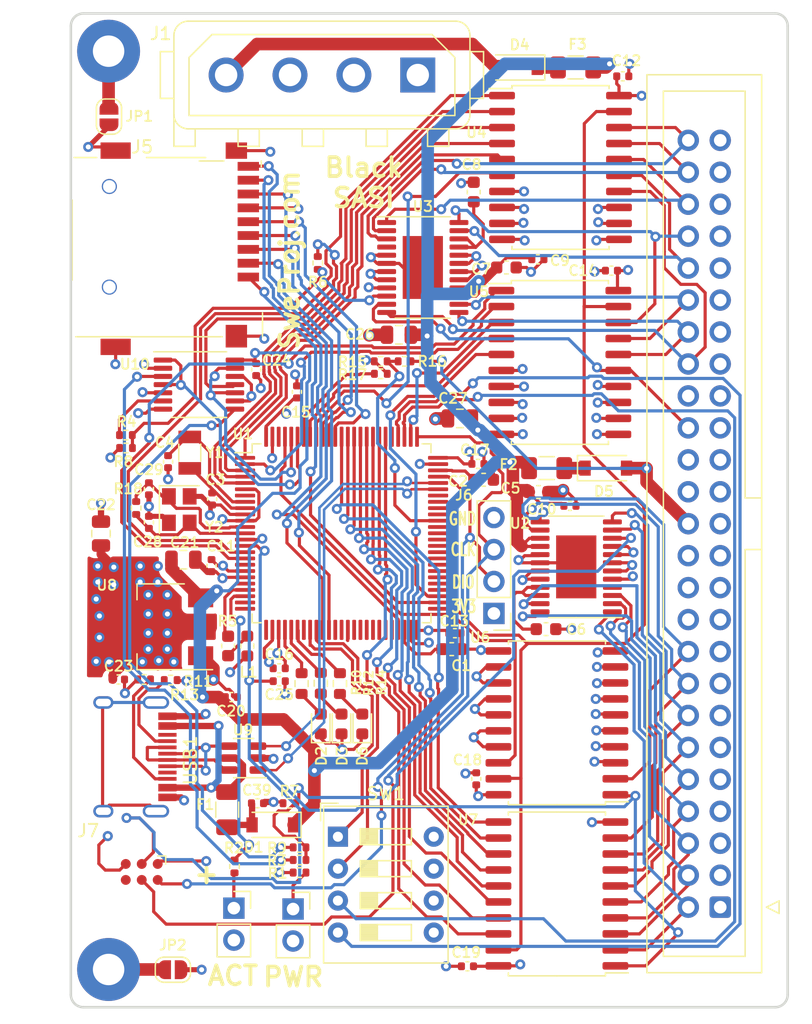
<source format=kicad_pcb>
(kicad_pcb (version 20211014) (generator pcbnew)

  (general
    (thickness 4.69)
  )

  (paper "A4")
  (title_block
    (title "BlackSASI")
    (date "2022-03-20")
    (rev "1.00")
    (company "SweProj.com")
  )

  (layers
    (0 "F.Cu" signal)
    (1 "In1.Cu" signal)
    (2 "In2.Cu" signal)
    (31 "B.Cu" signal)
    (32 "B.Adhes" user "B.Adhesive")
    (33 "F.Adhes" user "F.Adhesive")
    (34 "B.Paste" user)
    (35 "F.Paste" user)
    (36 "B.SilkS" user "B.Silkscreen")
    (37 "F.SilkS" user "F.Silkscreen")
    (38 "B.Mask" user)
    (39 "F.Mask" user)
    (40 "Dwgs.User" user "User.Drawings")
    (41 "Cmts.User" user "User.Comments")
    (42 "Eco1.User" user "User.Eco1")
    (43 "Eco2.User" user "User.Eco2")
    (44 "Edge.Cuts" user)
    (45 "Margin" user)
    (46 "B.CrtYd" user "B.Courtyard")
    (47 "F.CrtYd" user "F.Courtyard")
    (48 "B.Fab" user)
    (49 "F.Fab" user)
  )

  (setup
    (stackup
      (layer "F.SilkS" (type "Top Silk Screen"))
      (layer "F.Paste" (type "Top Solder Paste"))
      (layer "F.Mask" (type "Top Solder Mask") (thickness 0.01))
      (layer "F.Cu" (type "copper") (thickness 0.035))
      (layer "dielectric 1" (type "core") (thickness 1.51) (material "FR4") (epsilon_r 4.5) (loss_tangent 0.02))
      (layer "In1.Cu" (type "copper") (thickness 0.035))
      (layer "dielectric 2" (type "prepreg") (thickness 1.51) (material "FR4") (epsilon_r 4.5) (loss_tangent 0.02))
      (layer "In2.Cu" (type "copper") (thickness 0.035))
      (layer "dielectric 3" (type "core") (thickness 1.51) (material "FR4") (epsilon_r 4.5) (loss_tangent 0.02))
      (layer "B.Cu" (type "copper") (thickness 0.035))
      (layer "B.Mask" (type "Bottom Solder Mask") (thickness 0.01))
      (layer "B.Paste" (type "Bottom Solder Paste"))
      (layer "B.SilkS" (type "Bottom Silk Screen"))
      (copper_finish "None")
      (dielectric_constraints no)
    )
    (pad_to_mask_clearance 0.05)
    (pcbplotparams
      (layerselection 0x00010fc_ffffffff)
      (disableapertmacros false)
      (usegerberextensions true)
      (usegerberattributes true)
      (usegerberadvancedattributes true)
      (creategerberjobfile false)
      (svguseinch false)
      (svgprecision 6)
      (excludeedgelayer false)
      (plotframeref false)
      (viasonmask false)
      (mode 1)
      (useauxorigin false)
      (hpglpennumber 1)
      (hpglpenspeed 20)
      (hpglpendiameter 15.000000)
      (dxfpolygonmode true)
      (dxfimperialunits true)
      (dxfusepcbnewfont true)
      (psnegative false)
      (psa4output false)
      (plotreference true)
      (plotvalue true)
      (plotinvisibletext false)
      (sketchpadsonfab false)
      (subtractmaskfromsilk true)
      (outputformat 4)
      (mirror false)
      (drillshape 0)
      (scaleselection 1)
      (outputdirectory "pdf")
    )
  )

  (net 0 "")
  (net 1 "/SD_MISO")
  (net 2 "GND")
  (net 3 "/SD_CLK")
  (net 4 "+3V3")
  (net 5 "/SD_MOSI")
  (net 6 "/SD_CS")
  (net 7 "/SCSI_IO")
  (net 8 "/SCSI_REQ")
  (net 9 "/SCSI_CD")
  (net 10 "/SCSI_SEL")
  (net 11 "/SCSI_RST")
  (net 12 "/SCSI_ACK")
  (net 13 "/SCSI_BSY")
  (net 14 "/SCSI_ATN")
  (net 15 "/SCSI_MSG")
  (net 16 "/SCSI_DBP")
  (net 17 "/SCSI_DAT7")
  (net 18 "/SCSI_DAT6")
  (net 19 "/SCSI_DAT5")
  (net 20 "/SCSI_DAT4")
  (net 21 "/SCSI_DAT3")
  (net 22 "/SCSI_DAT2")
  (net 23 "/SCSI_DAT1")
  (net 24 "/SCSI_DAT0")
  (net 25 "/TERM_PWR")
  (net 26 "+5V")
  (net 27 "/EXTERNAL_LED")
  (net 28 "Net-(J4-Pad1)")
  (net 29 "unconnected-(J2-Pad34)")
  (net 30 "unconnected-(J2-Pad25)")
  (net 31 "Net-(C1-Pad1)")
  (net 32 "Net-(C2-Pad1)")
  (net 33 "Net-(C3-Pad1)")
  (net 34 "Net-(C4-Pad1)")
  (net 35 "Net-(C6-Pad1)")
  (net 36 "unconnected-(U1-Pad18)")
  (net 37 "unconnected-(U1-Pad21)")
  (net 38 "unconnected-(U1-Pad24)")
  (net 39 "unconnected-(U1-Pad25)")
  (net 40 "Net-(R3-Pad2)")
  (net 41 "Net-(C29-Pad1)")
  (net 42 "/LOW_TERM_1")
  (net 43 "Net-(R11-Pad2)")
  (net 44 "Net-(R13-Pad2)")
  (net 45 "/SD_DAT1")
  (net 46 "unconnected-(U1-Pad46)")
  (net 47 "unconnected-(U1-Pad55)")
  (net 48 "unconnected-(U1-Pad56)")
  (net 49 "unconnected-(U1-Pad57)")
  (net 50 "unconnected-(U1-Pad58)")
  (net 51 "unconnected-(U1-Pad59)")
  (net 52 "unconnected-(U1-Pad60)")
  (net 53 "unconnected-(U1-Pad61)")
  (net 54 "unconnected-(U1-Pad62)")
  (net 55 "unconnected-(U1-Pad63)")
  (net 56 "unconnected-(U1-Pad64)")
  (net 57 "unconnected-(U1-Pad66)")
  (net 58 "unconnected-(U1-Pad80)")
  (net 59 "unconnected-(U1-Pad98)")
  (net 60 "Net-(H2-Pad1)")
  (net 61 "/SD_DET")
  (net 62 "unconnected-(U2-Pad4)")
  (net 63 "/SD_DAT2")
  (net 64 "unconnected-(U1-Pad37)")
  (net 65 "unconnected-(U1-Pad54)")
  (net 66 "Net-(C8-Pad1)")
  (net 67 "Net-(L1-Pad2)")
  (net 68 "unconnected-(U3-Pad4)")
  (net 69 "/HIGH TERM_2")
  (net 70 "Net-(F1-Pad2)")
  (net 71 "/E_SCSI_DAT0")
  (net 72 "/E_SCSI_DAT1")
  (net 73 "/E_SCSI_DAT2")
  (net 74 "/E_SCSI_DAT3")
  (net 75 "/E_SCSI_DAT4")
  (net 76 "/E_SCSI_DAT5")
  (net 77 "/E_SCSI_DAT6")
  (net 78 "/E_SCSI_DAT7")
  (net 79 "/E_SCSI_DBP")
  (net 80 "/E_SCSI_ATN")
  (net 81 "/E_SCSI_BSY")
  (net 82 "/E_SCSI_ACK")
  (net 83 "/E_SCSI_RST")
  (net 84 "/E_SCSI_MSG")
  (net 85 "/E_SCSI_SEL")
  (net 86 "/E_SCSI_CD")
  (net 87 "/E_SCSI_REQ")
  (net 88 "/E_SCSI_IO")
  (net 89 "/SCSI_DTD")
  (net 90 "/SCSI_IND")
  (net 91 "/SCSI_TAD")
  (net 92 "Net-(R5-Pad2)")
  (net 93 "/USB-")
  (net 94 "Net-(U9-Pad4)")
  (net 95 "Net-(U9-Pad6)")
  (net 96 "unconnected-(USB1-Pad13)")
  (net 97 "unconnected-(USB1-Pad9)")
  (net 98 "unconnected-(USB1-Pad3)")
  (net 99 "Net-(R4-Pad2)")
  (net 100 "USB_POWER")
  (net 101 "/LOW TERM_2")
  (net 102 "/HIGH_TERM_1")
  (net 103 "unconnected-(U1-Pad26)")
  (net 104 "unconnected-(U1-Pad32)")
  (net 105 "unconnected-(U1-Pad67)")
  (net 106 "unconnected-(U1-Pad68)")
  (net 107 "unconnected-(U1-Pad69)")
  (net 108 "/SWDIO")
  (net 109 "/SWCLK")
  (net 110 "+5VP")
  (net 111 "/HIGH_TERM")
  (net 112 "/LOW_TERM")
  (net 113 "Net-(D5-Pad1)")
  (net 114 "Net-(D4-Pad1)")
  (net 115 "unconnected-(J7-Pad6)")
  (net 116 "/nRST")
  (net 117 "Net-(D2-Pad2)")
  (net 118 "Net-(D3-Pad2)")
  (net 119 "Net-(D6-Pad2)")
  (net 120 "/LED1")
  (net 121 "/LED2")
  (net 122 "/LED3")
  (net 123 "/SW1")
  (net 124 "/SW2")
  (net 125 "/SW3")
  (net 126 "/SW4")
  (net 127 "Net-(R15-Pad2)")
  (net 128 "Net-(R17-Pad1)")
  (net 129 "unconnected-(U1-Pad7)")
  (net 130 "unconnected-(J1-Pad1)")
  (net 131 "unconnected-(U1-Pad38)")
  (net 132 "unconnected-(U1-Pad39)")
  (net 133 "unconnected-(U1-Pad40)")
  (net 134 "unconnected-(U1-Pad41)")
  (net 135 "unconnected-(U1-Pad42)")
  (net 136 "unconnected-(U1-Pad43)")
  (net 137 "unconnected-(U1-Pad44)")
  (net 138 "unconnected-(U1-Pad45)")
  (net 139 "/USB+")
  (net 140 "Net-(C28-Pad1)")
  (net 141 "Net-(J3-Pad1)")
  (net 142 "Net-(H1-Pad1)")
  (net 143 "/~{TRANS_OE}")

  (footprint "Connector_IDC:IDC-Header_2x25_P2.54mm_Vertical" (layer "F.Cu") (at 169.634999 131.044824 180))

  (footprint "Diode_SMD:D_SOD-123" (layer "F.Cu") (at 160.534999 96.144824))

  (footprint "Diode_SMD:D_SOD-123" (layer "F.Cu") (at 153.434999 64.294824 180))

  (footprint "Connector_PinSocket_2.54mm:PinSocket_1x02_P2.54mm_Vertical" (layer "F.Cu") (at 130.959999 131.124824))

  (footprint "Connector_PinSocket_2.54mm:PinSocket_1x02_P2.54mm_Vertical" (layer "F.Cu") (at 135.669999 131.194824))

  (footprint "Button_Switch_THT:SW_DIP_SPSTx04_Slide_9.78x12.34mm_W7.62mm_P2.54mm" (layer "F.Cu") (at 139.234999 125.444824))

  (footprint "LED_SMD:LED_0603_1608Metric" (layer "F.Cu") (at 141.1712 116.482525 90))

  (footprint "Resistor_SMD:R_0603_1608Metric" (layer "F.Cu") (at 137.8712 113.247376 90))

  (footprint "LED_SMD:LED_0603_1608Metric" (layer "F.Cu") (at 139.5212 116.482525 90))

  (footprint "Capacitor_SMD:C_0402_1005Metric" (layer "F.Cu") (at 155.134999 79.544824))

  (footprint "Capacitor_SMD:C_0603_1608Metric" (layer "F.Cu") (at 150.822999 97.072824))

  (footprint "Diode_SMD:D_SOD-123" (layer "F.Cu") (at 134.058999 124.504824 180))

  (footprint "MountingHole:MountingHole_2.5mm_Pad_TopBottom" (layer "F.Cu") (at 121 136))

  (footprint "Connector_TE-Connectivity:TE_MATE-N-LOK_350211-1_1x04_P5.08mm_Vertical" (layer "F.Cu") (at 145.584999 64.894824 180))

  (footprint "Capacitor_SMD:C_0603_1608Metric" (layer "F.Cu") (at 150.034999 74.194824 90))

  (footprint "Resistor_SMD:R_0402_1005Metric" (layer "F.Cu") (at 144.535 87.655 180))

  (footprint "Resistor_SMD:R_0402_1005Metric" (layer "F.Cu") (at 125.934999 112.994824 180))

  (footprint "Capacitor_SMD:C_0402_1005Metric" (layer "F.Cu") (at 161.884999 64.994824))

  (footprint "Capacitor_SMD:C_0402_1005Metric" (layer "F.Cu") (at 129.232999 98.596824 -90))

  (footprint "Resistor_SMD:R_0402_1005Metric" (layer "F.Cu") (at 122.384999 94.544824))

  (footprint "Resistor_SMD:R_0402_1005Metric" (layer "F.Cu") (at 142.635 87.655))

  (footprint "BlackSASI:HRO-TYPE-C-31-M-12" (layer "F.Cu") (at 117.983 119.094824 -90))

  (footprint "Package_SO:SOIC-20W_7.5x12.8mm_P1.27mm" (layer "F.Cu") (at 156.649999 129.994824 180))

  (footprint "Capacitor_SMD:C_0402_1005Metric" (layer "F.Cu") (at 148.536999 109.264824))

  (footprint "Capacitor_SMD:C_0402_1005Metric" (layer "F.Cu") (at 121.784999 112.944824))

  (footprint "Capacitor_SMD:C_0805_2012Metric" (layer "F.Cu") (at 126.946999 103.422824))

  (footprint "Capacitor_SMD:C_0402_1005Metric" (layer "F.Cu") (at 130.756999 114.344824))

  (footprint "BlackSASI:TSSOP-24-1EP_4.4x7.8mm_P0.65mm_EP3.2x5mm" (layer "F.Cu") (at 158.184999 103.994824 180))

  (footprint "Capacitor_SMD:C_0402_1005Metric" (layer "F.Cu") (at 149.534999 135.744824 180))

  (footprint "Resistor_SMD:R_0603_1608Metric" (layer "F.Cu") (at 136.3472 113.2718 90))

  (footprint "Resistor_SMD:R_0402_1005Metric" (layer "F.Cu") (at 137.634999 79.834824 -90))

  (footprint "Resistor_SMD:R_0603_1608Metric" (layer "F.Cu") (at 139.3952 113.2718 90))

  (footprint "Resistor_SMD:R_0402_1005Metric" (layer "F.Cu") (at 136.184999 128.294824 180))

  (footprint "LED_SMD:LED_0603_1608Metric" (layer "F.Cu") (at 137.8712 116.482525 90))

  (footprint "BlackSASI:Fuse_1206_3216Metric" (layer "F.Cu") (at 155.834999 96.144824))

  (footprint "Capacitor_SMD:C_0402_1005Metric" (layer "F.Cu") (at 157.684999 99.144824))

  (footprint "Capacitor_SMD:C_0402_1005Metric" (layer "F.Cu") (at 160.984999 80.444824 180))

  (footprint "Resistor_SMD:R_0402_1005Metric" (layer "F.Cu") (at 123.825 112.944824))

  (footprint "Connector:Tag-Connect_TC2030-IDC-FP_2x03_P1.27mm_Vertical" (layer "F.Cu") (at 123.634999 128.244824 180))

  (footprint "Capacitor_SMD:C_0402_1005Metric" (layer "F.Cu") (at 129.184999 103.894824 -90))

  (footprint "Capacitor_SMD:C_0402_1005Metric" (layer "F.Cu") (at 134.566999 112.058824 180))

  (footprint "BlackSASI:Fuse_1206_3216Metric" (layer "F.Cu") (at 158.134999 64.294824 180))

  (footprint "Resistor_SMD:R_0402_1005Metric" (layer "F.Cu") (at 131.010999 127.806824 90))

  (footprint "Resistor_SMD:R_0402_1005Metric" (layer "F.Cu") (at 123.19 99.314 90))

  (footprint "Capacitor_SMD:C_0402_1005Metric" (layer "F.Cu")
    (tedit 5F68FEEE) (tstamp 8e3a09d2-23a9-4f92-ab62-1abc4f38b530)
    (at 124.206 97.79 -90)
    (descr "Capacitor SMD 0402 (1005 Metric), square (rectangular)
... [1594412 chars truncated]
</source>
